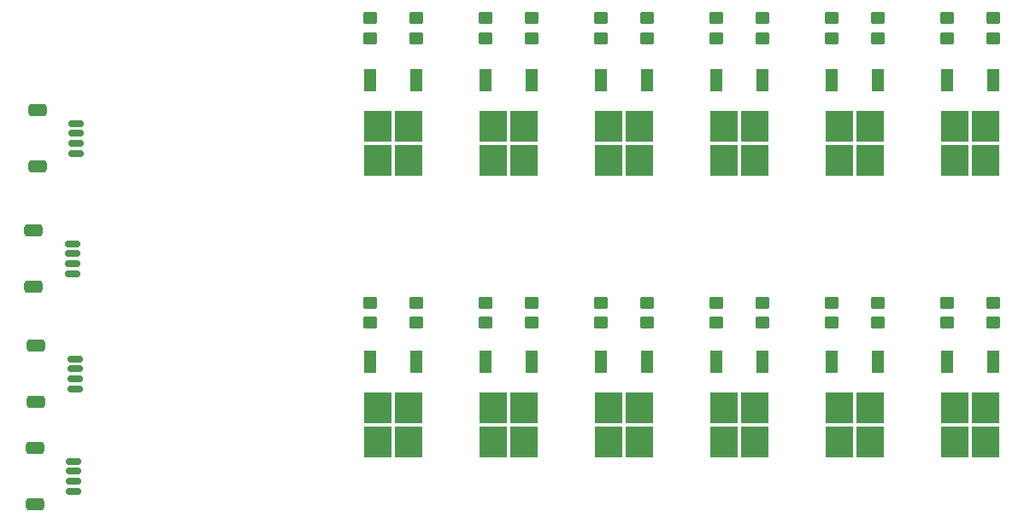
<source format=gtp>
G04 #@! TF.GenerationSoftware,KiCad,Pcbnew,(6.0.1)*
G04 #@! TF.CreationDate,2022-02-20T22:53:52-05:00*
G04 #@! TF.ProjectId,op_mainboard1,6f705f6d-6169-46e6-926f-617264312e6b,rev?*
G04 #@! TF.SameCoordinates,Original*
G04 #@! TF.FileFunction,Paste,Top*
G04 #@! TF.FilePolarity,Positive*
%FSLAX46Y46*%
G04 Gerber Fmt 4.6, Leading zero omitted, Abs format (unit mm)*
G04 Created by KiCad (PCBNEW (6.0.1)) date 2022-02-20 22:53:52*
%MOMM*%
%LPD*%
G01*
G04 APERTURE LIST*
G04 Aperture macros list*
%AMRoundRect*
0 Rectangle with rounded corners*
0 $1 Rounding radius*
0 $2 $3 $4 $5 $6 $7 $8 $9 X,Y pos of 4 corners*
0 Add a 4 corners polygon primitive as box body*
4,1,4,$2,$3,$4,$5,$6,$7,$8,$9,$2,$3,0*
0 Add four circle primitives for the rounded corners*
1,1,$1+$1,$2,$3*
1,1,$1+$1,$4,$5*
1,1,$1+$1,$6,$7*
1,1,$1+$1,$8,$9*
0 Add four rect primitives between the rounded corners*
20,1,$1+$1,$2,$3,$4,$5,0*
20,1,$1+$1,$4,$5,$6,$7,0*
20,1,$1+$1,$6,$7,$8,$9,0*
20,1,$1+$1,$8,$9,$2,$3,0*%
G04 Aperture macros list end*
%ADD10R,2.750000X3.050000*%
%ADD11R,1.200000X2.200000*%
%ADD12RoundRect,0.150000X-0.625000X0.150000X-0.625000X-0.150000X0.625000X-0.150000X0.625000X0.150000X0*%
%ADD13RoundRect,0.250000X-0.650000X0.350000X-0.650000X-0.350000X0.650000X-0.350000X0.650000X0.350000X0*%
%ADD14RoundRect,0.250000X0.450000X-0.350000X0.450000X0.350000X-0.450000X0.350000X-0.450000X-0.350000X0*%
%ADD15RoundRect,0.250000X-0.450000X0.350000X-0.450000X-0.350000X0.450000X-0.350000X0.450000X0.350000X0*%
G04 APERTURE END LIST*
D10*
X81535000Y-154075000D03*
X81535000Y-150725000D03*
X78485000Y-154075000D03*
X78485000Y-150725000D03*
D11*
X82290000Y-146100000D03*
X77730000Y-146100000D03*
D12*
X48380400Y-155980000D03*
X48380400Y-156980000D03*
X48380400Y-157980000D03*
X48380400Y-158980000D03*
D13*
X44505400Y-154680000D03*
X44505400Y-160280000D03*
D14*
X128010000Y-114030000D03*
X128010000Y-112030000D03*
X139440000Y-114030000D03*
X139440000Y-112030000D03*
D15*
X100590000Y-140240000D03*
X100590000Y-142240000D03*
X100590000Y-112030000D03*
X100590000Y-114030000D03*
D10*
X124205000Y-126135000D03*
X127255000Y-122785000D03*
X124205000Y-122785000D03*
X127255000Y-126135000D03*
D11*
X128010000Y-118160000D03*
X123450000Y-118160000D03*
D15*
X123450000Y-140240000D03*
X123450000Y-142240000D03*
D14*
X105150000Y-114030000D03*
X105150000Y-112030000D03*
D10*
X112775000Y-126135000D03*
X115825000Y-126135000D03*
X115825000Y-122785000D03*
X112775000Y-122785000D03*
D11*
X116580000Y-118160000D03*
X112020000Y-118160000D03*
D15*
X134880000Y-112030000D03*
X134880000Y-114030000D03*
X112020000Y-112030000D03*
X112020000Y-114030000D03*
D14*
X116580000Y-114030000D03*
X116580000Y-112030000D03*
D15*
X77730000Y-112030000D03*
X77730000Y-114030000D03*
D14*
X116580000Y-142240000D03*
X116580000Y-140240000D03*
D12*
X48634400Y-122452000D03*
X48634400Y-123452000D03*
X48634400Y-124452000D03*
X48634400Y-125452000D03*
D13*
X44759400Y-121152000D03*
X44759400Y-126752000D03*
D15*
X89160000Y-112030000D03*
X89160000Y-114030000D03*
X112020000Y-140240000D03*
X112020000Y-142240000D03*
D14*
X93720000Y-114030000D03*
X93720000Y-112030000D03*
D15*
X77730000Y-140240000D03*
X77730000Y-142240000D03*
D14*
X93720000Y-142240000D03*
X93720000Y-140240000D03*
D10*
X81535000Y-122785000D03*
X78485000Y-126135000D03*
X78485000Y-122785000D03*
X81535000Y-126135000D03*
D11*
X82290000Y-118160000D03*
X77730000Y-118160000D03*
D12*
X48482000Y-145820000D03*
X48482000Y-146820000D03*
X48482000Y-147820000D03*
X48482000Y-148820000D03*
D13*
X44607000Y-144520000D03*
X44607000Y-150120000D03*
D10*
X104395000Y-154075000D03*
X104395000Y-150725000D03*
X101345000Y-150725000D03*
X101345000Y-154075000D03*
D11*
X105150000Y-146100000D03*
X100590000Y-146100000D03*
D14*
X105150000Y-142240000D03*
X105150000Y-140240000D03*
X128010000Y-142240000D03*
X128010000Y-140240000D03*
D10*
X104395000Y-122785000D03*
X101345000Y-122785000D03*
X104395000Y-126135000D03*
X101345000Y-126135000D03*
D11*
X105150000Y-118160000D03*
X100590000Y-118160000D03*
D15*
X89160000Y-140240000D03*
X89160000Y-142240000D03*
D14*
X82290000Y-142240000D03*
X82290000Y-140240000D03*
D15*
X134880000Y-140240000D03*
X134880000Y-142240000D03*
X123450000Y-112030000D03*
X123450000Y-114030000D03*
D14*
X82290000Y-114030000D03*
X82290000Y-112030000D03*
D10*
X135635000Y-154075000D03*
X138685000Y-154075000D03*
X135635000Y-150725000D03*
X138685000Y-150725000D03*
D11*
X139440000Y-146100000D03*
X134880000Y-146100000D03*
D10*
X92965000Y-122785000D03*
X89915000Y-122785000D03*
X92965000Y-126135000D03*
X89915000Y-126135000D03*
D11*
X93720000Y-118160000D03*
X89160000Y-118160000D03*
D14*
X139440000Y-142240000D03*
X139440000Y-140240000D03*
D12*
X48260000Y-134390000D03*
X48260000Y-135390000D03*
X48260000Y-136390000D03*
X48260000Y-137390000D03*
D13*
X44385000Y-138690000D03*
X44385000Y-133090000D03*
D10*
X124205000Y-150725000D03*
X127255000Y-154075000D03*
X124205000Y-154075000D03*
X127255000Y-150725000D03*
D11*
X128010000Y-146100000D03*
X123450000Y-146100000D03*
D10*
X138685000Y-122785000D03*
X138685000Y-126135000D03*
X135635000Y-122785000D03*
X135635000Y-126135000D03*
D11*
X139440000Y-118160000D03*
X134880000Y-118160000D03*
D10*
X92965000Y-154075000D03*
X92965000Y-150725000D03*
X89915000Y-154075000D03*
X89915000Y-150725000D03*
D11*
X93720000Y-146100000D03*
X89160000Y-146100000D03*
D10*
X112775000Y-150725000D03*
X115825000Y-150725000D03*
X112775000Y-154075000D03*
X115825000Y-154075000D03*
D11*
X116580000Y-146100000D03*
X112020000Y-146100000D03*
M02*

</source>
